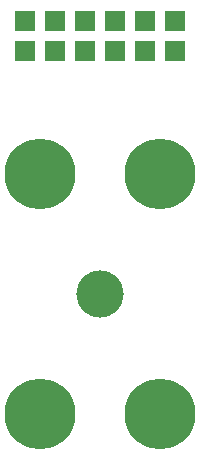
<source format=gbr>
G04 #@! TF.FileFunction,Soldermask,Top*
%FSLAX46Y46*%
G04 Gerber Fmt 4.6, Leading zero omitted, Abs format (unit mm)*
G04 Created by KiCad (PCBNEW (2015-05-13 BZR 5653)-product) date 7. 1. 2016 8:57:19*
%MOMM*%
G01*
G04 APERTURE LIST*
%ADD10C,0.100000*%
%ADD11C,4.000000*%
%ADD12R,1.651000X1.651000*%
%ADD13C,6.000000*%
G04 APERTURE END LIST*
D10*
D11*
X135160000Y-99760000D03*
D12*
X136430000Y-79186000D03*
X128810000Y-76646000D03*
X133890000Y-76646000D03*
X128810000Y-79186000D03*
X138970000Y-76646000D03*
X136430000Y-76646000D03*
X131350000Y-76646000D03*
X138970000Y-79186000D03*
X131350000Y-79186000D03*
X133890000Y-79186000D03*
X141510000Y-79186000D03*
X141510000Y-76646000D03*
D13*
X130080000Y-109920000D03*
X140240000Y-109920000D03*
X140240000Y-89600000D03*
X130080000Y-89600000D03*
M02*

</source>
